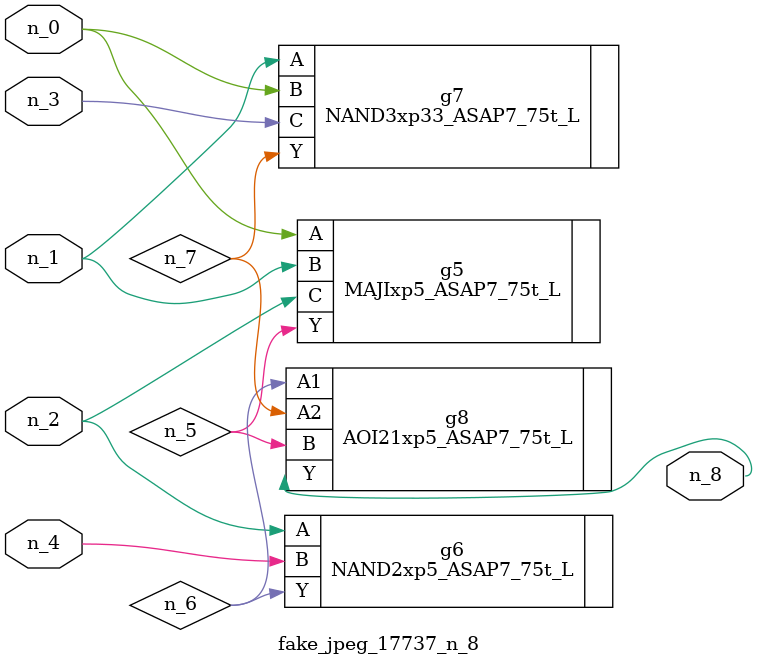
<source format=v>
module fake_jpeg_17737_n_8 (n_3, n_2, n_1, n_0, n_4, n_8);

input n_3;
input n_2;
input n_1;
input n_0;
input n_4;

output n_8;

wire n_6;
wire n_5;
wire n_7;

MAJIxp5_ASAP7_75t_L g5 ( 
.A(n_0),
.B(n_1),
.C(n_2),
.Y(n_5)
);

NAND2xp5_ASAP7_75t_L g6 ( 
.A(n_2),
.B(n_4),
.Y(n_6)
);

NAND3xp33_ASAP7_75t_L g7 ( 
.A(n_1),
.B(n_0),
.C(n_3),
.Y(n_7)
);

AOI21xp5_ASAP7_75t_L g8 ( 
.A1(n_6),
.A2(n_7),
.B(n_5),
.Y(n_8)
);


endmodule
</source>
